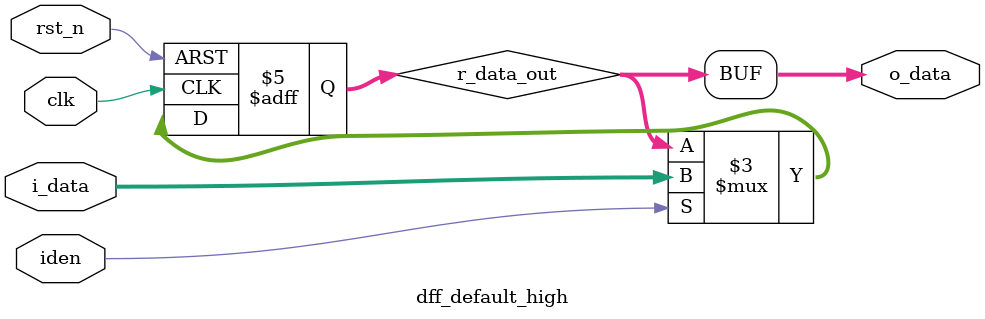
<source format=v>
module  dff_default_high
#(parameter DATA_WITDT  = 32)
(
input                       iden,
input   [DATA_WITDT-1:0]    i_data,
output  [DATA_WITDT-1:0]    o_data,
input                       clk,
input                       rst_n
);

reg [DATA_WITDT-1:0] r_data_out;

always@(posedge clk or negedge rst_n)begin
  if(~rst_n)
    r_data_out  <=  {DATA_WITDT{1'b1}};
  else if(iden)
    r_data_out  <=  i_data;
end

assign  o_data  = r_data_out;



endmodule

</source>
